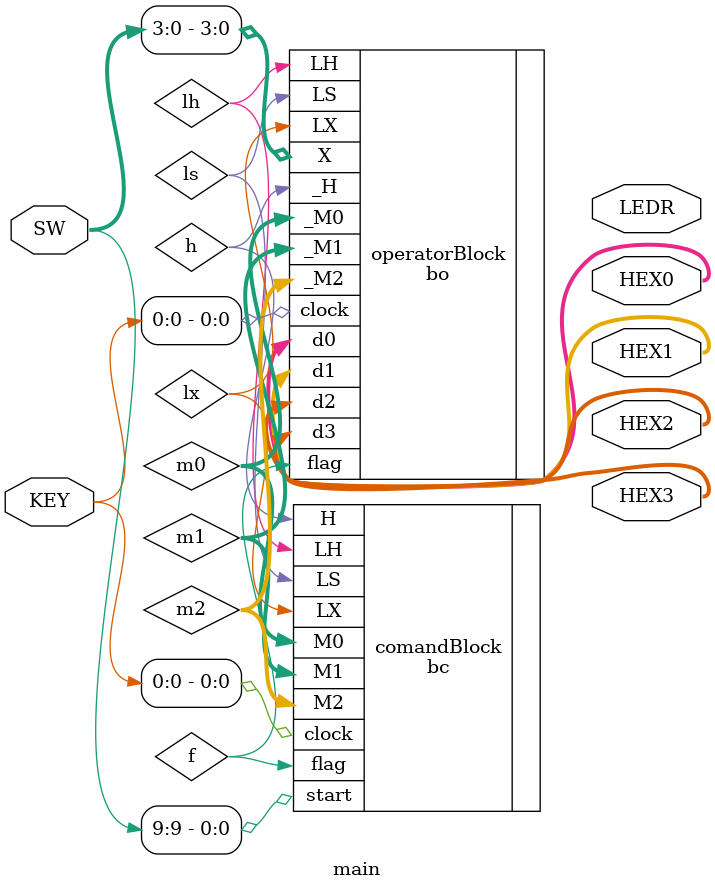
<source format=v>
module main
(input[3:0] KEY,
input[9:0] SW,
output[9:0] LEDR,
output [6:0] HEX0, HEX1, HEX2, HEX3);

wire[1:0] m0, m1, m2;
wire lx, ls, lh, h, f;

bc comandBlock(.clock(KEY[0]), .start(SW[9]), .LX(lx), .LS(ls), .LH(lh), .H(h), .flag(f), .M0(m0), .M1(m1), .M2(m2));
bo operatorBlock(.d0(HEX0), .d1(HEX1), .d2(HEX2),  .d3(HEX3), .flag(f), .LX(lx), .LS(ls), .LH(lh), ._H(h), ._M0(m0), ._M1(m1), ._M2(m2),  .clock(KEY[0]), .X(SW[3:0]));

endmodule

</source>
